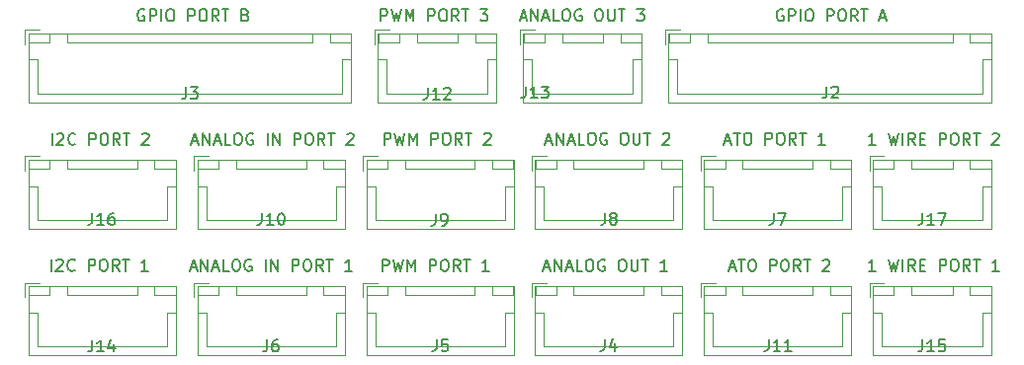
<source format=gbr>
G04 #@! TF.GenerationSoftware,KiCad,Pcbnew,(5.0.1)-3*
G04 #@! TF.CreationDate,2020-04-19T11:49:36-04:00*
G04 #@! TF.ProjectId,frontPanel_100mm,66726F6E7450616E656C5F3130306D6D,rev?*
G04 #@! TF.SameCoordinates,Original*
G04 #@! TF.FileFunction,Legend,Top*
G04 #@! TF.FilePolarity,Positive*
%FSLAX46Y46*%
G04 Gerber Fmt 4.6, Leading zero omitted, Abs format (unit mm)*
G04 Created by KiCad (PCBNEW (5.0.1)-3) date 4/19/2020 11:49:36 AM*
%MOMM*%
%LPD*%
G01*
G04 APERTURE LIST*
%ADD10C,0.120000*%
%ADD11C,0.150000*%
G04 APERTURE END LIST*
D10*
G04 #@! TO.C,J3*
X105590000Y-54690000D02*
X105590000Y-60660000D01*
X105590000Y-60660000D02*
X133210000Y-60660000D01*
X133210000Y-60660000D02*
X133210000Y-54690000D01*
X133210000Y-54690000D02*
X105590000Y-54690000D01*
X108900000Y-54700000D02*
X108900000Y-55450000D01*
X108900000Y-55450000D02*
X129900000Y-55450000D01*
X129900000Y-55450000D02*
X129900000Y-54700000D01*
X129900000Y-54700000D02*
X108900000Y-54700000D01*
X105600000Y-54700000D02*
X105600000Y-55450000D01*
X105600000Y-55450000D02*
X107400000Y-55450000D01*
X107400000Y-55450000D02*
X107400000Y-54700000D01*
X107400000Y-54700000D02*
X105600000Y-54700000D01*
X131400000Y-54700000D02*
X131400000Y-55450000D01*
X131400000Y-55450000D02*
X133200000Y-55450000D01*
X133200000Y-55450000D02*
X133200000Y-54700000D01*
X133200000Y-54700000D02*
X131400000Y-54700000D01*
X105600000Y-56950000D02*
X106350000Y-56950000D01*
X106350000Y-56950000D02*
X106350000Y-59900000D01*
X106350000Y-59900000D02*
X119400000Y-59900000D01*
X133200000Y-56950000D02*
X132450000Y-56950000D01*
X132450000Y-56950000D02*
X132450000Y-59900000D01*
X132450000Y-59900000D02*
X119400000Y-59900000D01*
X106550000Y-54400000D02*
X105300000Y-54400000D01*
X105300000Y-54400000D02*
X105300000Y-55650000D01*
G04 #@! TO.C,J2*
X160130000Y-54400000D02*
X160130000Y-55650000D01*
X161380000Y-54400000D02*
X160130000Y-54400000D01*
X187280000Y-59900000D02*
X174230000Y-59900000D01*
X187280000Y-56950000D02*
X187280000Y-59900000D01*
X188030000Y-56950000D02*
X187280000Y-56950000D01*
X161180000Y-59900000D02*
X174230000Y-59900000D01*
X161180000Y-56950000D02*
X161180000Y-59900000D01*
X160430000Y-56950000D02*
X161180000Y-56950000D01*
X188030000Y-54700000D02*
X186230000Y-54700000D01*
X188030000Y-55450000D02*
X188030000Y-54700000D01*
X186230000Y-55450000D02*
X188030000Y-55450000D01*
X186230000Y-54700000D02*
X186230000Y-55450000D01*
X162230000Y-54700000D02*
X160430000Y-54700000D01*
X162230000Y-55450000D02*
X162230000Y-54700000D01*
X160430000Y-55450000D02*
X162230000Y-55450000D01*
X160430000Y-54700000D02*
X160430000Y-55450000D01*
X184730000Y-54700000D02*
X163730000Y-54700000D01*
X184730000Y-55450000D02*
X184730000Y-54700000D01*
X163730000Y-55450000D02*
X184730000Y-55450000D01*
X163730000Y-54700000D02*
X163730000Y-55450000D01*
X188040000Y-54690000D02*
X160420000Y-54690000D01*
X188040000Y-60660000D02*
X188040000Y-54690000D01*
X160420000Y-60660000D02*
X188040000Y-60660000D01*
X160420000Y-54690000D02*
X160420000Y-60660000D01*
G04 #@! TO.C,J4*
X148988000Y-76380000D02*
X148988000Y-82350000D01*
X148988000Y-82350000D02*
X161608000Y-82350000D01*
X161608000Y-82350000D02*
X161608000Y-76380000D01*
X161608000Y-76380000D02*
X148988000Y-76380000D01*
X152298000Y-76390000D02*
X152298000Y-77140000D01*
X152298000Y-77140000D02*
X158298000Y-77140000D01*
X158298000Y-77140000D02*
X158298000Y-76390000D01*
X158298000Y-76390000D02*
X152298000Y-76390000D01*
X148998000Y-76390000D02*
X148998000Y-77140000D01*
X148998000Y-77140000D02*
X150798000Y-77140000D01*
X150798000Y-77140000D02*
X150798000Y-76390000D01*
X150798000Y-76390000D02*
X148998000Y-76390000D01*
X159798000Y-76390000D02*
X159798000Y-77140000D01*
X159798000Y-77140000D02*
X161598000Y-77140000D01*
X161598000Y-77140000D02*
X161598000Y-76390000D01*
X161598000Y-76390000D02*
X159798000Y-76390000D01*
X148998000Y-78640000D02*
X149748000Y-78640000D01*
X149748000Y-78640000D02*
X149748000Y-81590000D01*
X149748000Y-81590000D02*
X155298000Y-81590000D01*
X161598000Y-78640000D02*
X160848000Y-78640000D01*
X160848000Y-78640000D02*
X160848000Y-81590000D01*
X160848000Y-81590000D02*
X155298000Y-81590000D01*
X149948000Y-76090000D02*
X148698000Y-76090000D01*
X148698000Y-76090000D02*
X148698000Y-77340000D01*
G04 #@! TO.C,J5*
X134232000Y-76090000D02*
X134232000Y-77340000D01*
X135482000Y-76090000D02*
X134232000Y-76090000D01*
X146382000Y-81590000D02*
X140832000Y-81590000D01*
X146382000Y-78640000D02*
X146382000Y-81590000D01*
X147132000Y-78640000D02*
X146382000Y-78640000D01*
X135282000Y-81590000D02*
X140832000Y-81590000D01*
X135282000Y-78640000D02*
X135282000Y-81590000D01*
X134532000Y-78640000D02*
X135282000Y-78640000D01*
X147132000Y-76390000D02*
X145332000Y-76390000D01*
X147132000Y-77140000D02*
X147132000Y-76390000D01*
X145332000Y-77140000D02*
X147132000Y-77140000D01*
X145332000Y-76390000D02*
X145332000Y-77140000D01*
X136332000Y-76390000D02*
X134532000Y-76390000D01*
X136332000Y-77140000D02*
X136332000Y-76390000D01*
X134532000Y-77140000D02*
X136332000Y-77140000D01*
X134532000Y-76390000D02*
X134532000Y-77140000D01*
X143832000Y-76390000D02*
X137832000Y-76390000D01*
X143832000Y-77140000D02*
X143832000Y-76390000D01*
X137832000Y-77140000D02*
X143832000Y-77140000D01*
X137832000Y-76390000D02*
X137832000Y-77140000D01*
X147142000Y-76380000D02*
X134522000Y-76380000D01*
X147142000Y-82350000D02*
X147142000Y-76380000D01*
X134522000Y-82350000D02*
X147142000Y-82350000D01*
X134522000Y-76380000D02*
X134522000Y-82350000D01*
G04 #@! TO.C,J6*
X120056000Y-76380000D02*
X120056000Y-82350000D01*
X120056000Y-82350000D02*
X132676000Y-82350000D01*
X132676000Y-82350000D02*
X132676000Y-76380000D01*
X132676000Y-76380000D02*
X120056000Y-76380000D01*
X123366000Y-76390000D02*
X123366000Y-77140000D01*
X123366000Y-77140000D02*
X129366000Y-77140000D01*
X129366000Y-77140000D02*
X129366000Y-76390000D01*
X129366000Y-76390000D02*
X123366000Y-76390000D01*
X120066000Y-76390000D02*
X120066000Y-77140000D01*
X120066000Y-77140000D02*
X121866000Y-77140000D01*
X121866000Y-77140000D02*
X121866000Y-76390000D01*
X121866000Y-76390000D02*
X120066000Y-76390000D01*
X130866000Y-76390000D02*
X130866000Y-77140000D01*
X130866000Y-77140000D02*
X132666000Y-77140000D01*
X132666000Y-77140000D02*
X132666000Y-76390000D01*
X132666000Y-76390000D02*
X130866000Y-76390000D01*
X120066000Y-78640000D02*
X120816000Y-78640000D01*
X120816000Y-78640000D02*
X120816000Y-81590000D01*
X120816000Y-81590000D02*
X126366000Y-81590000D01*
X132666000Y-78640000D02*
X131916000Y-78640000D01*
X131916000Y-78640000D02*
X131916000Y-81590000D01*
X131916000Y-81590000D02*
X126366000Y-81590000D01*
X121016000Y-76090000D02*
X119766000Y-76090000D01*
X119766000Y-76090000D02*
X119766000Y-77340000D01*
G04 #@! TO.C,J7*
X163164000Y-65245000D02*
X163164000Y-66495000D01*
X164414000Y-65245000D02*
X163164000Y-65245000D01*
X175314000Y-70745000D02*
X169764000Y-70745000D01*
X175314000Y-67795000D02*
X175314000Y-70745000D01*
X176064000Y-67795000D02*
X175314000Y-67795000D01*
X164214000Y-70745000D02*
X169764000Y-70745000D01*
X164214000Y-67795000D02*
X164214000Y-70745000D01*
X163464000Y-67795000D02*
X164214000Y-67795000D01*
X176064000Y-65545000D02*
X174264000Y-65545000D01*
X176064000Y-66295000D02*
X176064000Y-65545000D01*
X174264000Y-66295000D02*
X176064000Y-66295000D01*
X174264000Y-65545000D02*
X174264000Y-66295000D01*
X165264000Y-65545000D02*
X163464000Y-65545000D01*
X165264000Y-66295000D02*
X165264000Y-65545000D01*
X163464000Y-66295000D02*
X165264000Y-66295000D01*
X163464000Y-65545000D02*
X163464000Y-66295000D01*
X172764000Y-65545000D02*
X166764000Y-65545000D01*
X172764000Y-66295000D02*
X172764000Y-65545000D01*
X166764000Y-66295000D02*
X172764000Y-66295000D01*
X166764000Y-65545000D02*
X166764000Y-66295000D01*
X176074000Y-65535000D02*
X163454000Y-65535000D01*
X176074000Y-71505000D02*
X176074000Y-65535000D01*
X163454000Y-71505000D02*
X176074000Y-71505000D01*
X163454000Y-65535000D02*
X163454000Y-71505000D01*
G04 #@! TO.C,J8*
X148988000Y-65535000D02*
X148988000Y-71505000D01*
X148988000Y-71505000D02*
X161608000Y-71505000D01*
X161608000Y-71505000D02*
X161608000Y-65535000D01*
X161608000Y-65535000D02*
X148988000Y-65535000D01*
X152298000Y-65545000D02*
X152298000Y-66295000D01*
X152298000Y-66295000D02*
X158298000Y-66295000D01*
X158298000Y-66295000D02*
X158298000Y-65545000D01*
X158298000Y-65545000D02*
X152298000Y-65545000D01*
X148998000Y-65545000D02*
X148998000Y-66295000D01*
X148998000Y-66295000D02*
X150798000Y-66295000D01*
X150798000Y-66295000D02*
X150798000Y-65545000D01*
X150798000Y-65545000D02*
X148998000Y-65545000D01*
X159798000Y-65545000D02*
X159798000Y-66295000D01*
X159798000Y-66295000D02*
X161598000Y-66295000D01*
X161598000Y-66295000D02*
X161598000Y-65545000D01*
X161598000Y-65545000D02*
X159798000Y-65545000D01*
X148998000Y-67795000D02*
X149748000Y-67795000D01*
X149748000Y-67795000D02*
X149748000Y-70745000D01*
X149748000Y-70745000D02*
X155298000Y-70745000D01*
X161598000Y-67795000D02*
X160848000Y-67795000D01*
X160848000Y-67795000D02*
X160848000Y-70745000D01*
X160848000Y-70745000D02*
X155298000Y-70745000D01*
X149948000Y-65245000D02*
X148698000Y-65245000D01*
X148698000Y-65245000D02*
X148698000Y-66495000D01*
G04 #@! TO.C,J9*
X134232000Y-65245000D02*
X134232000Y-66495000D01*
X135482000Y-65245000D02*
X134232000Y-65245000D01*
X146382000Y-70745000D02*
X140832000Y-70745000D01*
X146382000Y-67795000D02*
X146382000Y-70745000D01*
X147132000Y-67795000D02*
X146382000Y-67795000D01*
X135282000Y-70745000D02*
X140832000Y-70745000D01*
X135282000Y-67795000D02*
X135282000Y-70745000D01*
X134532000Y-67795000D02*
X135282000Y-67795000D01*
X147132000Y-65545000D02*
X145332000Y-65545000D01*
X147132000Y-66295000D02*
X147132000Y-65545000D01*
X145332000Y-66295000D02*
X147132000Y-66295000D01*
X145332000Y-65545000D02*
X145332000Y-66295000D01*
X136332000Y-65545000D02*
X134532000Y-65545000D01*
X136332000Y-66295000D02*
X136332000Y-65545000D01*
X134532000Y-66295000D02*
X136332000Y-66295000D01*
X134532000Y-65545000D02*
X134532000Y-66295000D01*
X143832000Y-65545000D02*
X137832000Y-65545000D01*
X143832000Y-66295000D02*
X143832000Y-65545000D01*
X137832000Y-66295000D02*
X143832000Y-66295000D01*
X137832000Y-65545000D02*
X137832000Y-66295000D01*
X147142000Y-65535000D02*
X134522000Y-65535000D01*
X147142000Y-71505000D02*
X147142000Y-65535000D01*
X134522000Y-71505000D02*
X147142000Y-71505000D01*
X134522000Y-65535000D02*
X134522000Y-71505000D01*
G04 #@! TO.C,J10*
X120056000Y-65535000D02*
X120056000Y-71505000D01*
X120056000Y-71505000D02*
X132676000Y-71505000D01*
X132676000Y-71505000D02*
X132676000Y-65535000D01*
X132676000Y-65535000D02*
X120056000Y-65535000D01*
X123366000Y-65545000D02*
X123366000Y-66295000D01*
X123366000Y-66295000D02*
X129366000Y-66295000D01*
X129366000Y-66295000D02*
X129366000Y-65545000D01*
X129366000Y-65545000D02*
X123366000Y-65545000D01*
X120066000Y-65545000D02*
X120066000Y-66295000D01*
X120066000Y-66295000D02*
X121866000Y-66295000D01*
X121866000Y-66295000D02*
X121866000Y-65545000D01*
X121866000Y-65545000D02*
X120066000Y-65545000D01*
X130866000Y-65545000D02*
X130866000Y-66295000D01*
X130866000Y-66295000D02*
X132666000Y-66295000D01*
X132666000Y-66295000D02*
X132666000Y-65545000D01*
X132666000Y-65545000D02*
X130866000Y-65545000D01*
X120066000Y-67795000D02*
X120816000Y-67795000D01*
X120816000Y-67795000D02*
X120816000Y-70745000D01*
X120816000Y-70745000D02*
X126366000Y-70745000D01*
X132666000Y-67795000D02*
X131916000Y-67795000D01*
X131916000Y-67795000D02*
X131916000Y-70745000D01*
X131916000Y-70745000D02*
X126366000Y-70745000D01*
X121016000Y-65245000D02*
X119766000Y-65245000D01*
X119766000Y-65245000D02*
X119766000Y-66495000D01*
G04 #@! TO.C,J11*
X163164000Y-76090000D02*
X163164000Y-77340000D01*
X164414000Y-76090000D02*
X163164000Y-76090000D01*
X175314000Y-81590000D02*
X169764000Y-81590000D01*
X175314000Y-78640000D02*
X175314000Y-81590000D01*
X176064000Y-78640000D02*
X175314000Y-78640000D01*
X164214000Y-81590000D02*
X169764000Y-81590000D01*
X164214000Y-78640000D02*
X164214000Y-81590000D01*
X163464000Y-78640000D02*
X164214000Y-78640000D01*
X176064000Y-76390000D02*
X174264000Y-76390000D01*
X176064000Y-77140000D02*
X176064000Y-76390000D01*
X174264000Y-77140000D02*
X176064000Y-77140000D01*
X174264000Y-76390000D02*
X174264000Y-77140000D01*
X165264000Y-76390000D02*
X163464000Y-76390000D01*
X165264000Y-77140000D02*
X165264000Y-76390000D01*
X163464000Y-77140000D02*
X165264000Y-77140000D01*
X163464000Y-76390000D02*
X163464000Y-77140000D01*
X172764000Y-76390000D02*
X166764000Y-76390000D01*
X172764000Y-77140000D02*
X172764000Y-76390000D01*
X166764000Y-77140000D02*
X172764000Y-77140000D01*
X166764000Y-76390000D02*
X166764000Y-77140000D01*
X176074000Y-76380000D02*
X163454000Y-76380000D01*
X176074000Y-82350000D02*
X176074000Y-76380000D01*
X163454000Y-82350000D02*
X176074000Y-82350000D01*
X163454000Y-76380000D02*
X163454000Y-82350000D01*
G04 #@! TO.C,J14*
X105590000Y-76380000D02*
X105590000Y-82350000D01*
X105590000Y-82350000D02*
X118210000Y-82350000D01*
X118210000Y-82350000D02*
X118210000Y-76380000D01*
X118210000Y-76380000D02*
X105590000Y-76380000D01*
X108900000Y-76390000D02*
X108900000Y-77140000D01*
X108900000Y-77140000D02*
X114900000Y-77140000D01*
X114900000Y-77140000D02*
X114900000Y-76390000D01*
X114900000Y-76390000D02*
X108900000Y-76390000D01*
X105600000Y-76390000D02*
X105600000Y-77140000D01*
X105600000Y-77140000D02*
X107400000Y-77140000D01*
X107400000Y-77140000D02*
X107400000Y-76390000D01*
X107400000Y-76390000D02*
X105600000Y-76390000D01*
X116400000Y-76390000D02*
X116400000Y-77140000D01*
X116400000Y-77140000D02*
X118200000Y-77140000D01*
X118200000Y-77140000D02*
X118200000Y-76390000D01*
X118200000Y-76390000D02*
X116400000Y-76390000D01*
X105600000Y-78640000D02*
X106350000Y-78640000D01*
X106350000Y-78640000D02*
X106350000Y-81590000D01*
X106350000Y-81590000D02*
X111900000Y-81590000D01*
X118200000Y-78640000D02*
X117450000Y-78640000D01*
X117450000Y-78640000D02*
X117450000Y-81590000D01*
X117450000Y-81590000D02*
X111900000Y-81590000D01*
X106550000Y-76090000D02*
X105300000Y-76090000D01*
X105300000Y-76090000D02*
X105300000Y-77340000D01*
G04 #@! TO.C,J16*
X105300000Y-65245000D02*
X105300000Y-66495000D01*
X106550000Y-65245000D02*
X105300000Y-65245000D01*
X117450000Y-70745000D02*
X111900000Y-70745000D01*
X117450000Y-67795000D02*
X117450000Y-70745000D01*
X118200000Y-67795000D02*
X117450000Y-67795000D01*
X106350000Y-70745000D02*
X111900000Y-70745000D01*
X106350000Y-67795000D02*
X106350000Y-70745000D01*
X105600000Y-67795000D02*
X106350000Y-67795000D01*
X118200000Y-65545000D02*
X116400000Y-65545000D01*
X118200000Y-66295000D02*
X118200000Y-65545000D01*
X116400000Y-66295000D02*
X118200000Y-66295000D01*
X116400000Y-65545000D02*
X116400000Y-66295000D01*
X107400000Y-65545000D02*
X105600000Y-65545000D01*
X107400000Y-66295000D02*
X107400000Y-65545000D01*
X105600000Y-66295000D02*
X107400000Y-66295000D01*
X105600000Y-65545000D02*
X105600000Y-66295000D01*
X114900000Y-65545000D02*
X108900000Y-65545000D01*
X114900000Y-66295000D02*
X114900000Y-65545000D01*
X108900000Y-66295000D02*
X114900000Y-66295000D01*
X108900000Y-65545000D02*
X108900000Y-66295000D01*
X118210000Y-65535000D02*
X105590000Y-65535000D01*
X118210000Y-71505000D02*
X118210000Y-65535000D01*
X105590000Y-71505000D02*
X118210000Y-71505000D01*
X105590000Y-65535000D02*
X105590000Y-71505000D01*
G04 #@! TO.C,J12*
X135533333Y-54690000D02*
X135533333Y-60660000D01*
X135533333Y-60660000D02*
X145653333Y-60660000D01*
X145653333Y-60660000D02*
X145653333Y-54690000D01*
X145653333Y-54690000D02*
X135533333Y-54690000D01*
X138843333Y-54700000D02*
X138843333Y-55450000D01*
X138843333Y-55450000D02*
X142343333Y-55450000D01*
X142343333Y-55450000D02*
X142343333Y-54700000D01*
X142343333Y-54700000D02*
X138843333Y-54700000D01*
X135543333Y-54700000D02*
X135543333Y-55450000D01*
X135543333Y-55450000D02*
X137343333Y-55450000D01*
X137343333Y-55450000D02*
X137343333Y-54700000D01*
X137343333Y-54700000D02*
X135543333Y-54700000D01*
X143843333Y-54700000D02*
X143843333Y-55450000D01*
X143843333Y-55450000D02*
X145643333Y-55450000D01*
X145643333Y-55450000D02*
X145643333Y-54700000D01*
X145643333Y-54700000D02*
X143843333Y-54700000D01*
X135543333Y-56950000D02*
X136293333Y-56950000D01*
X136293333Y-56950000D02*
X136293333Y-59900000D01*
X136293333Y-59900000D02*
X140593333Y-59900000D01*
X145643333Y-56950000D02*
X144893333Y-56950000D01*
X144893333Y-56950000D02*
X144893333Y-59900000D01*
X144893333Y-59900000D02*
X140593333Y-59900000D01*
X136493333Y-54400000D02*
X135243333Y-54400000D01*
X135243333Y-54400000D02*
X135243333Y-55650000D01*
G04 #@! TO.C,J13*
X147686666Y-54400000D02*
X147686666Y-55650000D01*
X148936666Y-54400000D02*
X147686666Y-54400000D01*
X157336666Y-59900000D02*
X153036666Y-59900000D01*
X157336666Y-56950000D02*
X157336666Y-59900000D01*
X158086666Y-56950000D02*
X157336666Y-56950000D01*
X148736666Y-59900000D02*
X153036666Y-59900000D01*
X148736666Y-56950000D02*
X148736666Y-59900000D01*
X147986666Y-56950000D02*
X148736666Y-56950000D01*
X158086666Y-54700000D02*
X156286666Y-54700000D01*
X158086666Y-55450000D02*
X158086666Y-54700000D01*
X156286666Y-55450000D02*
X158086666Y-55450000D01*
X156286666Y-54700000D02*
X156286666Y-55450000D01*
X149786666Y-54700000D02*
X147986666Y-54700000D01*
X149786666Y-55450000D02*
X149786666Y-54700000D01*
X147986666Y-55450000D02*
X149786666Y-55450000D01*
X147986666Y-54700000D02*
X147986666Y-55450000D01*
X154786666Y-54700000D02*
X151286666Y-54700000D01*
X154786666Y-55450000D02*
X154786666Y-54700000D01*
X151286666Y-55450000D02*
X154786666Y-55450000D01*
X151286666Y-54700000D02*
X151286666Y-55450000D01*
X158096666Y-54690000D02*
X147976666Y-54690000D01*
X158096666Y-60660000D02*
X158096666Y-54690000D01*
X147976666Y-60660000D02*
X158096666Y-60660000D01*
X147976666Y-54690000D02*
X147976666Y-60660000D01*
G04 #@! TO.C,J15*
X177630000Y-76090000D02*
X177630000Y-77340000D01*
X178880000Y-76090000D02*
X177630000Y-76090000D01*
X187280000Y-81590000D02*
X182980000Y-81590000D01*
X187280000Y-78640000D02*
X187280000Y-81590000D01*
X188030000Y-78640000D02*
X187280000Y-78640000D01*
X178680000Y-81590000D02*
X182980000Y-81590000D01*
X178680000Y-78640000D02*
X178680000Y-81590000D01*
X177930000Y-78640000D02*
X178680000Y-78640000D01*
X188030000Y-76390000D02*
X186230000Y-76390000D01*
X188030000Y-77140000D02*
X188030000Y-76390000D01*
X186230000Y-77140000D02*
X188030000Y-77140000D01*
X186230000Y-76390000D02*
X186230000Y-77140000D01*
X179730000Y-76390000D02*
X177930000Y-76390000D01*
X179730000Y-77140000D02*
X179730000Y-76390000D01*
X177930000Y-77140000D02*
X179730000Y-77140000D01*
X177930000Y-76390000D02*
X177930000Y-77140000D01*
X184730000Y-76390000D02*
X181230000Y-76390000D01*
X184730000Y-77140000D02*
X184730000Y-76390000D01*
X181230000Y-77140000D02*
X184730000Y-77140000D01*
X181230000Y-76390000D02*
X181230000Y-77140000D01*
X188040000Y-76380000D02*
X177920000Y-76380000D01*
X188040000Y-82350000D02*
X188040000Y-76380000D01*
X177920000Y-82350000D02*
X188040000Y-82350000D01*
X177920000Y-76380000D02*
X177920000Y-82350000D01*
G04 #@! TO.C,J17*
X177920000Y-65535000D02*
X177920000Y-71505000D01*
X177920000Y-71505000D02*
X188040000Y-71505000D01*
X188040000Y-71505000D02*
X188040000Y-65535000D01*
X188040000Y-65535000D02*
X177920000Y-65535000D01*
X181230000Y-65545000D02*
X181230000Y-66295000D01*
X181230000Y-66295000D02*
X184730000Y-66295000D01*
X184730000Y-66295000D02*
X184730000Y-65545000D01*
X184730000Y-65545000D02*
X181230000Y-65545000D01*
X177930000Y-65545000D02*
X177930000Y-66295000D01*
X177930000Y-66295000D02*
X179730000Y-66295000D01*
X179730000Y-66295000D02*
X179730000Y-65545000D01*
X179730000Y-65545000D02*
X177930000Y-65545000D01*
X186230000Y-65545000D02*
X186230000Y-66295000D01*
X186230000Y-66295000D02*
X188030000Y-66295000D01*
X188030000Y-66295000D02*
X188030000Y-65545000D01*
X188030000Y-65545000D02*
X186230000Y-65545000D01*
X177930000Y-67795000D02*
X178680000Y-67795000D01*
X178680000Y-67795000D02*
X178680000Y-70745000D01*
X178680000Y-70745000D02*
X182980000Y-70745000D01*
X188030000Y-67795000D02*
X187280000Y-67795000D01*
X187280000Y-67795000D02*
X187280000Y-70745000D01*
X187280000Y-70745000D02*
X182980000Y-70745000D01*
X178880000Y-65245000D02*
X177630000Y-65245000D01*
X177630000Y-65245000D02*
X177630000Y-66495000D01*
G04 #@! TO.C,J3*
D11*
X119086666Y-59312380D02*
X119086666Y-60026666D01*
X119039047Y-60169523D01*
X118943809Y-60264761D01*
X118800952Y-60312380D01*
X118705714Y-60312380D01*
X119467619Y-59312380D02*
X120086666Y-59312380D01*
X119753333Y-59693333D01*
X119896190Y-59693333D01*
X119991428Y-59740952D01*
X120039047Y-59788571D01*
X120086666Y-59883809D01*
X120086666Y-60121904D01*
X120039047Y-60217142D01*
X119991428Y-60264761D01*
X119896190Y-60312380D01*
X119610476Y-60312380D01*
X119515238Y-60264761D01*
X119467619Y-60217142D01*
X115503333Y-52680000D02*
X115408095Y-52632380D01*
X115265238Y-52632380D01*
X115122380Y-52680000D01*
X115027142Y-52775238D01*
X114979523Y-52870476D01*
X114931904Y-53060952D01*
X114931904Y-53203809D01*
X114979523Y-53394285D01*
X115027142Y-53489523D01*
X115122380Y-53584761D01*
X115265238Y-53632380D01*
X115360476Y-53632380D01*
X115503333Y-53584761D01*
X115550952Y-53537142D01*
X115550952Y-53203809D01*
X115360476Y-53203809D01*
X115979523Y-53632380D02*
X115979523Y-52632380D01*
X116360476Y-52632380D01*
X116455714Y-52680000D01*
X116503333Y-52727619D01*
X116550952Y-52822857D01*
X116550952Y-52965714D01*
X116503333Y-53060952D01*
X116455714Y-53108571D01*
X116360476Y-53156190D01*
X115979523Y-53156190D01*
X116979523Y-53632380D02*
X116979523Y-52632380D01*
X117646190Y-52632380D02*
X117836666Y-52632380D01*
X117931904Y-52680000D01*
X118027142Y-52775238D01*
X118074761Y-52965714D01*
X118074761Y-53299047D01*
X118027142Y-53489523D01*
X117931904Y-53584761D01*
X117836666Y-53632380D01*
X117646190Y-53632380D01*
X117550952Y-53584761D01*
X117455714Y-53489523D01*
X117408095Y-53299047D01*
X117408095Y-52965714D01*
X117455714Y-52775238D01*
X117550952Y-52680000D01*
X117646190Y-52632380D01*
X119265238Y-53632380D02*
X119265238Y-52632380D01*
X119646190Y-52632380D01*
X119741428Y-52680000D01*
X119789047Y-52727619D01*
X119836666Y-52822857D01*
X119836666Y-52965714D01*
X119789047Y-53060952D01*
X119741428Y-53108571D01*
X119646190Y-53156190D01*
X119265238Y-53156190D01*
X120455714Y-52632380D02*
X120646190Y-52632380D01*
X120741428Y-52680000D01*
X120836666Y-52775238D01*
X120884285Y-52965714D01*
X120884285Y-53299047D01*
X120836666Y-53489523D01*
X120741428Y-53584761D01*
X120646190Y-53632380D01*
X120455714Y-53632380D01*
X120360476Y-53584761D01*
X120265238Y-53489523D01*
X120217619Y-53299047D01*
X120217619Y-52965714D01*
X120265238Y-52775238D01*
X120360476Y-52680000D01*
X120455714Y-52632380D01*
X121884285Y-53632380D02*
X121550952Y-53156190D01*
X121312857Y-53632380D02*
X121312857Y-52632380D01*
X121693809Y-52632380D01*
X121789047Y-52680000D01*
X121836666Y-52727619D01*
X121884285Y-52822857D01*
X121884285Y-52965714D01*
X121836666Y-53060952D01*
X121789047Y-53108571D01*
X121693809Y-53156190D01*
X121312857Y-53156190D01*
X122170000Y-52632380D02*
X122741428Y-52632380D01*
X122455714Y-53632380D02*
X122455714Y-52632380D01*
X124170000Y-53108571D02*
X124312857Y-53156190D01*
X124360476Y-53203809D01*
X124408095Y-53299047D01*
X124408095Y-53441904D01*
X124360476Y-53537142D01*
X124312857Y-53584761D01*
X124217619Y-53632380D01*
X123836666Y-53632380D01*
X123836666Y-52632380D01*
X124170000Y-52632380D01*
X124265238Y-52680000D01*
X124312857Y-52727619D01*
X124360476Y-52822857D01*
X124360476Y-52918095D01*
X124312857Y-53013333D01*
X124265238Y-53060952D01*
X124170000Y-53108571D01*
X123836666Y-53108571D01*
G04 #@! TO.C,J2*
X173966666Y-59252380D02*
X173966666Y-59966666D01*
X173919047Y-60109523D01*
X173823809Y-60204761D01*
X173680952Y-60252380D01*
X173585714Y-60252380D01*
X174395238Y-59347619D02*
X174442857Y-59300000D01*
X174538095Y-59252380D01*
X174776190Y-59252380D01*
X174871428Y-59300000D01*
X174919047Y-59347619D01*
X174966666Y-59442857D01*
X174966666Y-59538095D01*
X174919047Y-59680952D01*
X174347619Y-60252380D01*
X174966666Y-60252380D01*
X170234761Y-52680000D02*
X170139523Y-52632380D01*
X169996666Y-52632380D01*
X169853809Y-52680000D01*
X169758571Y-52775238D01*
X169710952Y-52870476D01*
X169663333Y-53060952D01*
X169663333Y-53203809D01*
X169710952Y-53394285D01*
X169758571Y-53489523D01*
X169853809Y-53584761D01*
X169996666Y-53632380D01*
X170091904Y-53632380D01*
X170234761Y-53584761D01*
X170282380Y-53537142D01*
X170282380Y-53203809D01*
X170091904Y-53203809D01*
X170710952Y-53632380D02*
X170710952Y-52632380D01*
X171091904Y-52632380D01*
X171187142Y-52680000D01*
X171234761Y-52727619D01*
X171282380Y-52822857D01*
X171282380Y-52965714D01*
X171234761Y-53060952D01*
X171187142Y-53108571D01*
X171091904Y-53156190D01*
X170710952Y-53156190D01*
X171710952Y-53632380D02*
X171710952Y-52632380D01*
X172377619Y-52632380D02*
X172568095Y-52632380D01*
X172663333Y-52680000D01*
X172758571Y-52775238D01*
X172806190Y-52965714D01*
X172806190Y-53299047D01*
X172758571Y-53489523D01*
X172663333Y-53584761D01*
X172568095Y-53632380D01*
X172377619Y-53632380D01*
X172282380Y-53584761D01*
X172187142Y-53489523D01*
X172139523Y-53299047D01*
X172139523Y-52965714D01*
X172187142Y-52775238D01*
X172282380Y-52680000D01*
X172377619Y-52632380D01*
X173996666Y-53632380D02*
X173996666Y-52632380D01*
X174377619Y-52632380D01*
X174472857Y-52680000D01*
X174520476Y-52727619D01*
X174568095Y-52822857D01*
X174568095Y-52965714D01*
X174520476Y-53060952D01*
X174472857Y-53108571D01*
X174377619Y-53156190D01*
X173996666Y-53156190D01*
X175187142Y-52632380D02*
X175377619Y-52632380D01*
X175472857Y-52680000D01*
X175568095Y-52775238D01*
X175615714Y-52965714D01*
X175615714Y-53299047D01*
X175568095Y-53489523D01*
X175472857Y-53584761D01*
X175377619Y-53632380D01*
X175187142Y-53632380D01*
X175091904Y-53584761D01*
X174996666Y-53489523D01*
X174949047Y-53299047D01*
X174949047Y-52965714D01*
X174996666Y-52775238D01*
X175091904Y-52680000D01*
X175187142Y-52632380D01*
X176615714Y-53632380D02*
X176282380Y-53156190D01*
X176044285Y-53632380D02*
X176044285Y-52632380D01*
X176425238Y-52632380D01*
X176520476Y-52680000D01*
X176568095Y-52727619D01*
X176615714Y-52822857D01*
X176615714Y-52965714D01*
X176568095Y-53060952D01*
X176520476Y-53108571D01*
X176425238Y-53156190D01*
X176044285Y-53156190D01*
X176901428Y-52632380D02*
X177472857Y-52632380D01*
X177187142Y-53632380D02*
X177187142Y-52632380D01*
X178520476Y-53346666D02*
X178996666Y-53346666D01*
X178425238Y-53632380D02*
X178758571Y-52632380D01*
X179091904Y-53632380D01*
G04 #@! TO.C,J4*
X154936666Y-80932380D02*
X154936666Y-81646666D01*
X154889047Y-81789523D01*
X154793809Y-81884761D01*
X154650952Y-81932380D01*
X154555714Y-81932380D01*
X155841428Y-81265714D02*
X155841428Y-81932380D01*
X155603333Y-80884761D02*
X155365238Y-81599047D01*
X155984285Y-81599047D01*
X149744285Y-74816666D02*
X150220476Y-74816666D01*
X149649047Y-75102380D02*
X149982380Y-74102380D01*
X150315714Y-75102380D01*
X150649047Y-75102380D02*
X150649047Y-74102380D01*
X151220476Y-75102380D01*
X151220476Y-74102380D01*
X151649047Y-74816666D02*
X152125238Y-74816666D01*
X151553809Y-75102380D02*
X151887142Y-74102380D01*
X152220476Y-75102380D01*
X153030000Y-75102380D02*
X152553809Y-75102380D01*
X152553809Y-74102380D01*
X153553809Y-74102380D02*
X153744285Y-74102380D01*
X153839523Y-74150000D01*
X153934761Y-74245238D01*
X153982380Y-74435714D01*
X153982380Y-74769047D01*
X153934761Y-74959523D01*
X153839523Y-75054761D01*
X153744285Y-75102380D01*
X153553809Y-75102380D01*
X153458571Y-75054761D01*
X153363333Y-74959523D01*
X153315714Y-74769047D01*
X153315714Y-74435714D01*
X153363333Y-74245238D01*
X153458571Y-74150000D01*
X153553809Y-74102380D01*
X154934761Y-74150000D02*
X154839523Y-74102380D01*
X154696666Y-74102380D01*
X154553809Y-74150000D01*
X154458571Y-74245238D01*
X154410952Y-74340476D01*
X154363333Y-74530952D01*
X154363333Y-74673809D01*
X154410952Y-74864285D01*
X154458571Y-74959523D01*
X154553809Y-75054761D01*
X154696666Y-75102380D01*
X154791904Y-75102380D01*
X154934761Y-75054761D01*
X154982380Y-75007142D01*
X154982380Y-74673809D01*
X154791904Y-74673809D01*
X156363333Y-74102380D02*
X156553809Y-74102380D01*
X156649047Y-74150000D01*
X156744285Y-74245238D01*
X156791904Y-74435714D01*
X156791904Y-74769047D01*
X156744285Y-74959523D01*
X156649047Y-75054761D01*
X156553809Y-75102380D01*
X156363333Y-75102380D01*
X156268095Y-75054761D01*
X156172857Y-74959523D01*
X156125238Y-74769047D01*
X156125238Y-74435714D01*
X156172857Y-74245238D01*
X156268095Y-74150000D01*
X156363333Y-74102380D01*
X157220476Y-74102380D02*
X157220476Y-74911904D01*
X157268095Y-75007142D01*
X157315714Y-75054761D01*
X157410952Y-75102380D01*
X157601428Y-75102380D01*
X157696666Y-75054761D01*
X157744285Y-75007142D01*
X157791904Y-74911904D01*
X157791904Y-74102380D01*
X158125238Y-74102380D02*
X158696666Y-74102380D01*
X158410952Y-75102380D02*
X158410952Y-74102380D01*
X160315714Y-75102380D02*
X159744285Y-75102380D01*
X160030000Y-75102380D02*
X160030000Y-74102380D01*
X159934761Y-74245238D01*
X159839523Y-74340476D01*
X159744285Y-74388095D01*
G04 #@! TO.C,J5*
X140536666Y-80962380D02*
X140536666Y-81676666D01*
X140489047Y-81819523D01*
X140393809Y-81914761D01*
X140250952Y-81962380D01*
X140155714Y-81962380D01*
X141489047Y-80962380D02*
X141012857Y-80962380D01*
X140965238Y-81438571D01*
X141012857Y-81390952D01*
X141108095Y-81343333D01*
X141346190Y-81343333D01*
X141441428Y-81390952D01*
X141489047Y-81438571D01*
X141536666Y-81533809D01*
X141536666Y-81771904D01*
X141489047Y-81867142D01*
X141441428Y-81914761D01*
X141346190Y-81962380D01*
X141108095Y-81962380D01*
X141012857Y-81914761D01*
X140965238Y-81867142D01*
X135902380Y-75102380D02*
X135902380Y-74102380D01*
X136283333Y-74102380D01*
X136378571Y-74150000D01*
X136426190Y-74197619D01*
X136473809Y-74292857D01*
X136473809Y-74435714D01*
X136426190Y-74530952D01*
X136378571Y-74578571D01*
X136283333Y-74626190D01*
X135902380Y-74626190D01*
X136807142Y-74102380D02*
X137045238Y-75102380D01*
X137235714Y-74388095D01*
X137426190Y-75102380D01*
X137664285Y-74102380D01*
X138045238Y-75102380D02*
X138045238Y-74102380D01*
X138378571Y-74816666D01*
X138711904Y-74102380D01*
X138711904Y-75102380D01*
X139950000Y-75102380D02*
X139950000Y-74102380D01*
X140330952Y-74102380D01*
X140426190Y-74150000D01*
X140473809Y-74197619D01*
X140521428Y-74292857D01*
X140521428Y-74435714D01*
X140473809Y-74530952D01*
X140426190Y-74578571D01*
X140330952Y-74626190D01*
X139950000Y-74626190D01*
X141140476Y-74102380D02*
X141330952Y-74102380D01*
X141426190Y-74150000D01*
X141521428Y-74245238D01*
X141569047Y-74435714D01*
X141569047Y-74769047D01*
X141521428Y-74959523D01*
X141426190Y-75054761D01*
X141330952Y-75102380D01*
X141140476Y-75102380D01*
X141045238Y-75054761D01*
X140950000Y-74959523D01*
X140902380Y-74769047D01*
X140902380Y-74435714D01*
X140950000Y-74245238D01*
X141045238Y-74150000D01*
X141140476Y-74102380D01*
X142569047Y-75102380D02*
X142235714Y-74626190D01*
X141997619Y-75102380D02*
X141997619Y-74102380D01*
X142378571Y-74102380D01*
X142473809Y-74150000D01*
X142521428Y-74197619D01*
X142569047Y-74292857D01*
X142569047Y-74435714D01*
X142521428Y-74530952D01*
X142473809Y-74578571D01*
X142378571Y-74626190D01*
X141997619Y-74626190D01*
X142854761Y-74102380D02*
X143426190Y-74102380D01*
X143140476Y-75102380D02*
X143140476Y-74102380D01*
X145045238Y-75102380D02*
X144473809Y-75102380D01*
X144759523Y-75102380D02*
X144759523Y-74102380D01*
X144664285Y-74245238D01*
X144569047Y-74340476D01*
X144473809Y-74388095D01*
G04 #@! TO.C,J6*
X126026666Y-80987380D02*
X126026666Y-81701666D01*
X125979047Y-81844523D01*
X125883809Y-81939761D01*
X125740952Y-81987380D01*
X125645714Y-81987380D01*
X126931428Y-80987380D02*
X126740952Y-80987380D01*
X126645714Y-81035000D01*
X126598095Y-81082619D01*
X126502857Y-81225476D01*
X126455238Y-81415952D01*
X126455238Y-81796904D01*
X126502857Y-81892142D01*
X126550476Y-81939761D01*
X126645714Y-81987380D01*
X126836190Y-81987380D01*
X126931428Y-81939761D01*
X126979047Y-81892142D01*
X127026666Y-81796904D01*
X127026666Y-81558809D01*
X126979047Y-81463571D01*
X126931428Y-81415952D01*
X126836190Y-81368333D01*
X126645714Y-81368333D01*
X126550476Y-81415952D01*
X126502857Y-81463571D01*
X126455238Y-81558809D01*
X119475238Y-74801666D02*
X119951428Y-74801666D01*
X119380000Y-75087380D02*
X119713333Y-74087380D01*
X120046666Y-75087380D01*
X120380000Y-75087380D02*
X120380000Y-74087380D01*
X120951428Y-75087380D01*
X120951428Y-74087380D01*
X121380000Y-74801666D02*
X121856190Y-74801666D01*
X121284761Y-75087380D02*
X121618095Y-74087380D01*
X121951428Y-75087380D01*
X122760952Y-75087380D02*
X122284761Y-75087380D01*
X122284761Y-74087380D01*
X123284761Y-74087380D02*
X123475238Y-74087380D01*
X123570476Y-74135000D01*
X123665714Y-74230238D01*
X123713333Y-74420714D01*
X123713333Y-74754047D01*
X123665714Y-74944523D01*
X123570476Y-75039761D01*
X123475238Y-75087380D01*
X123284761Y-75087380D01*
X123189523Y-75039761D01*
X123094285Y-74944523D01*
X123046666Y-74754047D01*
X123046666Y-74420714D01*
X123094285Y-74230238D01*
X123189523Y-74135000D01*
X123284761Y-74087380D01*
X124665714Y-74135000D02*
X124570476Y-74087380D01*
X124427619Y-74087380D01*
X124284761Y-74135000D01*
X124189523Y-74230238D01*
X124141904Y-74325476D01*
X124094285Y-74515952D01*
X124094285Y-74658809D01*
X124141904Y-74849285D01*
X124189523Y-74944523D01*
X124284761Y-75039761D01*
X124427619Y-75087380D01*
X124522857Y-75087380D01*
X124665714Y-75039761D01*
X124713333Y-74992142D01*
X124713333Y-74658809D01*
X124522857Y-74658809D01*
X125903809Y-75087380D02*
X125903809Y-74087380D01*
X126380000Y-75087380D02*
X126380000Y-74087380D01*
X126951428Y-75087380D01*
X126951428Y-74087380D01*
X128189523Y-75087380D02*
X128189523Y-74087380D01*
X128570476Y-74087380D01*
X128665714Y-74135000D01*
X128713333Y-74182619D01*
X128760952Y-74277857D01*
X128760952Y-74420714D01*
X128713333Y-74515952D01*
X128665714Y-74563571D01*
X128570476Y-74611190D01*
X128189523Y-74611190D01*
X129380000Y-74087380D02*
X129570476Y-74087380D01*
X129665714Y-74135000D01*
X129760952Y-74230238D01*
X129808571Y-74420714D01*
X129808571Y-74754047D01*
X129760952Y-74944523D01*
X129665714Y-75039761D01*
X129570476Y-75087380D01*
X129380000Y-75087380D01*
X129284761Y-75039761D01*
X129189523Y-74944523D01*
X129141904Y-74754047D01*
X129141904Y-74420714D01*
X129189523Y-74230238D01*
X129284761Y-74135000D01*
X129380000Y-74087380D01*
X130808571Y-75087380D02*
X130475238Y-74611190D01*
X130237142Y-75087380D02*
X130237142Y-74087380D01*
X130618095Y-74087380D01*
X130713333Y-74135000D01*
X130760952Y-74182619D01*
X130808571Y-74277857D01*
X130808571Y-74420714D01*
X130760952Y-74515952D01*
X130713333Y-74563571D01*
X130618095Y-74611190D01*
X130237142Y-74611190D01*
X131094285Y-74087380D02*
X131665714Y-74087380D01*
X131380000Y-75087380D02*
X131380000Y-74087380D01*
X133284761Y-75087380D02*
X132713333Y-75087380D01*
X132999047Y-75087380D02*
X132999047Y-74087380D01*
X132903809Y-74230238D01*
X132808571Y-74325476D01*
X132713333Y-74373095D01*
G04 #@! TO.C,J7*
X169430666Y-70122380D02*
X169430666Y-70836666D01*
X169383047Y-70979523D01*
X169287809Y-71074761D01*
X169144952Y-71122380D01*
X169049714Y-71122380D01*
X169811619Y-70122380D02*
X170478285Y-70122380D01*
X170049714Y-71122380D01*
X165244285Y-63956666D02*
X165720476Y-63956666D01*
X165149047Y-64242380D02*
X165482380Y-63242380D01*
X165815714Y-64242380D01*
X166006190Y-63242380D02*
X166577619Y-63242380D01*
X166291904Y-64242380D02*
X166291904Y-63242380D01*
X167101428Y-63242380D02*
X167291904Y-63242380D01*
X167387142Y-63290000D01*
X167482380Y-63385238D01*
X167530000Y-63575714D01*
X167530000Y-63909047D01*
X167482380Y-64099523D01*
X167387142Y-64194761D01*
X167291904Y-64242380D01*
X167101428Y-64242380D01*
X167006190Y-64194761D01*
X166910952Y-64099523D01*
X166863333Y-63909047D01*
X166863333Y-63575714D01*
X166910952Y-63385238D01*
X167006190Y-63290000D01*
X167101428Y-63242380D01*
X168720476Y-64242380D02*
X168720476Y-63242380D01*
X169101428Y-63242380D01*
X169196666Y-63290000D01*
X169244285Y-63337619D01*
X169291904Y-63432857D01*
X169291904Y-63575714D01*
X169244285Y-63670952D01*
X169196666Y-63718571D01*
X169101428Y-63766190D01*
X168720476Y-63766190D01*
X169910952Y-63242380D02*
X170101428Y-63242380D01*
X170196666Y-63290000D01*
X170291904Y-63385238D01*
X170339523Y-63575714D01*
X170339523Y-63909047D01*
X170291904Y-64099523D01*
X170196666Y-64194761D01*
X170101428Y-64242380D01*
X169910952Y-64242380D01*
X169815714Y-64194761D01*
X169720476Y-64099523D01*
X169672857Y-63909047D01*
X169672857Y-63575714D01*
X169720476Y-63385238D01*
X169815714Y-63290000D01*
X169910952Y-63242380D01*
X171339523Y-64242380D02*
X171006190Y-63766190D01*
X170768095Y-64242380D02*
X170768095Y-63242380D01*
X171149047Y-63242380D01*
X171244285Y-63290000D01*
X171291904Y-63337619D01*
X171339523Y-63432857D01*
X171339523Y-63575714D01*
X171291904Y-63670952D01*
X171244285Y-63718571D01*
X171149047Y-63766190D01*
X170768095Y-63766190D01*
X171625238Y-63242380D02*
X172196666Y-63242380D01*
X171910952Y-64242380D02*
X171910952Y-63242380D01*
X173815714Y-64242380D02*
X173244285Y-64242380D01*
X173530000Y-64242380D02*
X173530000Y-63242380D01*
X173434761Y-63385238D01*
X173339523Y-63480476D01*
X173244285Y-63528095D01*
G04 #@! TO.C,J8*
X154976666Y-70092380D02*
X154976666Y-70806666D01*
X154929047Y-70949523D01*
X154833809Y-71044761D01*
X154690952Y-71092380D01*
X154595714Y-71092380D01*
X155595714Y-70520952D02*
X155500476Y-70473333D01*
X155452857Y-70425714D01*
X155405238Y-70330476D01*
X155405238Y-70282857D01*
X155452857Y-70187619D01*
X155500476Y-70140000D01*
X155595714Y-70092380D01*
X155786190Y-70092380D01*
X155881428Y-70140000D01*
X155929047Y-70187619D01*
X155976666Y-70282857D01*
X155976666Y-70330476D01*
X155929047Y-70425714D01*
X155881428Y-70473333D01*
X155786190Y-70520952D01*
X155595714Y-70520952D01*
X155500476Y-70568571D01*
X155452857Y-70616190D01*
X155405238Y-70711428D01*
X155405238Y-70901904D01*
X155452857Y-70997142D01*
X155500476Y-71044761D01*
X155595714Y-71092380D01*
X155786190Y-71092380D01*
X155881428Y-71044761D01*
X155929047Y-70997142D01*
X155976666Y-70901904D01*
X155976666Y-70711428D01*
X155929047Y-70616190D01*
X155881428Y-70568571D01*
X155786190Y-70520952D01*
X149924285Y-63956666D02*
X150400476Y-63956666D01*
X149829047Y-64242380D02*
X150162380Y-63242380D01*
X150495714Y-64242380D01*
X150829047Y-64242380D02*
X150829047Y-63242380D01*
X151400476Y-64242380D01*
X151400476Y-63242380D01*
X151829047Y-63956666D02*
X152305238Y-63956666D01*
X151733809Y-64242380D02*
X152067142Y-63242380D01*
X152400476Y-64242380D01*
X153210000Y-64242380D02*
X152733809Y-64242380D01*
X152733809Y-63242380D01*
X153733809Y-63242380D02*
X153924285Y-63242380D01*
X154019523Y-63290000D01*
X154114761Y-63385238D01*
X154162380Y-63575714D01*
X154162380Y-63909047D01*
X154114761Y-64099523D01*
X154019523Y-64194761D01*
X153924285Y-64242380D01*
X153733809Y-64242380D01*
X153638571Y-64194761D01*
X153543333Y-64099523D01*
X153495714Y-63909047D01*
X153495714Y-63575714D01*
X153543333Y-63385238D01*
X153638571Y-63290000D01*
X153733809Y-63242380D01*
X155114761Y-63290000D02*
X155019523Y-63242380D01*
X154876666Y-63242380D01*
X154733809Y-63290000D01*
X154638571Y-63385238D01*
X154590952Y-63480476D01*
X154543333Y-63670952D01*
X154543333Y-63813809D01*
X154590952Y-64004285D01*
X154638571Y-64099523D01*
X154733809Y-64194761D01*
X154876666Y-64242380D01*
X154971904Y-64242380D01*
X155114761Y-64194761D01*
X155162380Y-64147142D01*
X155162380Y-63813809D01*
X154971904Y-63813809D01*
X156543333Y-63242380D02*
X156733809Y-63242380D01*
X156829047Y-63290000D01*
X156924285Y-63385238D01*
X156971904Y-63575714D01*
X156971904Y-63909047D01*
X156924285Y-64099523D01*
X156829047Y-64194761D01*
X156733809Y-64242380D01*
X156543333Y-64242380D01*
X156448095Y-64194761D01*
X156352857Y-64099523D01*
X156305238Y-63909047D01*
X156305238Y-63575714D01*
X156352857Y-63385238D01*
X156448095Y-63290000D01*
X156543333Y-63242380D01*
X157400476Y-63242380D02*
X157400476Y-64051904D01*
X157448095Y-64147142D01*
X157495714Y-64194761D01*
X157590952Y-64242380D01*
X157781428Y-64242380D01*
X157876666Y-64194761D01*
X157924285Y-64147142D01*
X157971904Y-64051904D01*
X157971904Y-63242380D01*
X158305238Y-63242380D02*
X158876666Y-63242380D01*
X158590952Y-64242380D02*
X158590952Y-63242380D01*
X159924285Y-63337619D02*
X159971904Y-63290000D01*
X160067142Y-63242380D01*
X160305238Y-63242380D01*
X160400476Y-63290000D01*
X160448095Y-63337619D01*
X160495714Y-63432857D01*
X160495714Y-63528095D01*
X160448095Y-63670952D01*
X159876666Y-64242380D01*
X160495714Y-64242380D01*
G04 #@! TO.C,J9*
X140466666Y-70182380D02*
X140466666Y-70896666D01*
X140419047Y-71039523D01*
X140323809Y-71134761D01*
X140180952Y-71182380D01*
X140085714Y-71182380D01*
X140990476Y-71182380D02*
X141180952Y-71182380D01*
X141276190Y-71134761D01*
X141323809Y-71087142D01*
X141419047Y-70944285D01*
X141466666Y-70753809D01*
X141466666Y-70372857D01*
X141419047Y-70277619D01*
X141371428Y-70230000D01*
X141276190Y-70182380D01*
X141085714Y-70182380D01*
X140990476Y-70230000D01*
X140942857Y-70277619D01*
X140895238Y-70372857D01*
X140895238Y-70610952D01*
X140942857Y-70706190D01*
X140990476Y-70753809D01*
X141085714Y-70801428D01*
X141276190Y-70801428D01*
X141371428Y-70753809D01*
X141419047Y-70706190D01*
X141466666Y-70610952D01*
X136052380Y-64242380D02*
X136052380Y-63242380D01*
X136433333Y-63242380D01*
X136528571Y-63290000D01*
X136576190Y-63337619D01*
X136623809Y-63432857D01*
X136623809Y-63575714D01*
X136576190Y-63670952D01*
X136528571Y-63718571D01*
X136433333Y-63766190D01*
X136052380Y-63766190D01*
X136957142Y-63242380D02*
X137195238Y-64242380D01*
X137385714Y-63528095D01*
X137576190Y-64242380D01*
X137814285Y-63242380D01*
X138195238Y-64242380D02*
X138195238Y-63242380D01*
X138528571Y-63956666D01*
X138861904Y-63242380D01*
X138861904Y-64242380D01*
X140100000Y-64242380D02*
X140100000Y-63242380D01*
X140480952Y-63242380D01*
X140576190Y-63290000D01*
X140623809Y-63337619D01*
X140671428Y-63432857D01*
X140671428Y-63575714D01*
X140623809Y-63670952D01*
X140576190Y-63718571D01*
X140480952Y-63766190D01*
X140100000Y-63766190D01*
X141290476Y-63242380D02*
X141480952Y-63242380D01*
X141576190Y-63290000D01*
X141671428Y-63385238D01*
X141719047Y-63575714D01*
X141719047Y-63909047D01*
X141671428Y-64099523D01*
X141576190Y-64194761D01*
X141480952Y-64242380D01*
X141290476Y-64242380D01*
X141195238Y-64194761D01*
X141100000Y-64099523D01*
X141052380Y-63909047D01*
X141052380Y-63575714D01*
X141100000Y-63385238D01*
X141195238Y-63290000D01*
X141290476Y-63242380D01*
X142719047Y-64242380D02*
X142385714Y-63766190D01*
X142147619Y-64242380D02*
X142147619Y-63242380D01*
X142528571Y-63242380D01*
X142623809Y-63290000D01*
X142671428Y-63337619D01*
X142719047Y-63432857D01*
X142719047Y-63575714D01*
X142671428Y-63670952D01*
X142623809Y-63718571D01*
X142528571Y-63766190D01*
X142147619Y-63766190D01*
X143004761Y-63242380D02*
X143576190Y-63242380D01*
X143290476Y-64242380D02*
X143290476Y-63242380D01*
X144623809Y-63337619D02*
X144671428Y-63290000D01*
X144766666Y-63242380D01*
X145004761Y-63242380D01*
X145100000Y-63290000D01*
X145147619Y-63337619D01*
X145195238Y-63432857D01*
X145195238Y-63528095D01*
X145147619Y-63670952D01*
X144576190Y-64242380D01*
X145195238Y-64242380D01*
G04 #@! TO.C,J10*
X125580476Y-70117380D02*
X125580476Y-70831666D01*
X125532857Y-70974523D01*
X125437619Y-71069761D01*
X125294761Y-71117380D01*
X125199523Y-71117380D01*
X126580476Y-71117380D02*
X126009047Y-71117380D01*
X126294761Y-71117380D02*
X126294761Y-70117380D01*
X126199523Y-70260238D01*
X126104285Y-70355476D01*
X126009047Y-70403095D01*
X127199523Y-70117380D02*
X127294761Y-70117380D01*
X127390000Y-70165000D01*
X127437619Y-70212619D01*
X127485238Y-70307857D01*
X127532857Y-70498333D01*
X127532857Y-70736428D01*
X127485238Y-70926904D01*
X127437619Y-71022142D01*
X127390000Y-71069761D01*
X127294761Y-71117380D01*
X127199523Y-71117380D01*
X127104285Y-71069761D01*
X127056666Y-71022142D01*
X127009047Y-70926904D01*
X126961428Y-70736428D01*
X126961428Y-70498333D01*
X127009047Y-70307857D01*
X127056666Y-70212619D01*
X127104285Y-70165000D01*
X127199523Y-70117380D01*
X119625238Y-63971666D02*
X120101428Y-63971666D01*
X119530000Y-64257380D02*
X119863333Y-63257380D01*
X120196666Y-64257380D01*
X120530000Y-64257380D02*
X120530000Y-63257380D01*
X121101428Y-64257380D01*
X121101428Y-63257380D01*
X121530000Y-63971666D02*
X122006190Y-63971666D01*
X121434761Y-64257380D02*
X121768095Y-63257380D01*
X122101428Y-64257380D01*
X122910952Y-64257380D02*
X122434761Y-64257380D01*
X122434761Y-63257380D01*
X123434761Y-63257380D02*
X123625238Y-63257380D01*
X123720476Y-63305000D01*
X123815714Y-63400238D01*
X123863333Y-63590714D01*
X123863333Y-63924047D01*
X123815714Y-64114523D01*
X123720476Y-64209761D01*
X123625238Y-64257380D01*
X123434761Y-64257380D01*
X123339523Y-64209761D01*
X123244285Y-64114523D01*
X123196666Y-63924047D01*
X123196666Y-63590714D01*
X123244285Y-63400238D01*
X123339523Y-63305000D01*
X123434761Y-63257380D01*
X124815714Y-63305000D02*
X124720476Y-63257380D01*
X124577619Y-63257380D01*
X124434761Y-63305000D01*
X124339523Y-63400238D01*
X124291904Y-63495476D01*
X124244285Y-63685952D01*
X124244285Y-63828809D01*
X124291904Y-64019285D01*
X124339523Y-64114523D01*
X124434761Y-64209761D01*
X124577619Y-64257380D01*
X124672857Y-64257380D01*
X124815714Y-64209761D01*
X124863333Y-64162142D01*
X124863333Y-63828809D01*
X124672857Y-63828809D01*
X126053809Y-64257380D02*
X126053809Y-63257380D01*
X126530000Y-64257380D02*
X126530000Y-63257380D01*
X127101428Y-64257380D01*
X127101428Y-63257380D01*
X128339523Y-64257380D02*
X128339523Y-63257380D01*
X128720476Y-63257380D01*
X128815714Y-63305000D01*
X128863333Y-63352619D01*
X128910952Y-63447857D01*
X128910952Y-63590714D01*
X128863333Y-63685952D01*
X128815714Y-63733571D01*
X128720476Y-63781190D01*
X128339523Y-63781190D01*
X129530000Y-63257380D02*
X129720476Y-63257380D01*
X129815714Y-63305000D01*
X129910952Y-63400238D01*
X129958571Y-63590714D01*
X129958571Y-63924047D01*
X129910952Y-64114523D01*
X129815714Y-64209761D01*
X129720476Y-64257380D01*
X129530000Y-64257380D01*
X129434761Y-64209761D01*
X129339523Y-64114523D01*
X129291904Y-63924047D01*
X129291904Y-63590714D01*
X129339523Y-63400238D01*
X129434761Y-63305000D01*
X129530000Y-63257380D01*
X130958571Y-64257380D02*
X130625238Y-63781190D01*
X130387142Y-64257380D02*
X130387142Y-63257380D01*
X130768095Y-63257380D01*
X130863333Y-63305000D01*
X130910952Y-63352619D01*
X130958571Y-63447857D01*
X130958571Y-63590714D01*
X130910952Y-63685952D01*
X130863333Y-63733571D01*
X130768095Y-63781190D01*
X130387142Y-63781190D01*
X131244285Y-63257380D02*
X131815714Y-63257380D01*
X131530000Y-64257380D02*
X131530000Y-63257380D01*
X132863333Y-63352619D02*
X132910952Y-63305000D01*
X133006190Y-63257380D01*
X133244285Y-63257380D01*
X133339523Y-63305000D01*
X133387142Y-63352619D01*
X133434761Y-63447857D01*
X133434761Y-63543095D01*
X133387142Y-63685952D01*
X132815714Y-64257380D01*
X133434761Y-64257380D01*
G04 #@! TO.C,J11*
X168980476Y-80962380D02*
X168980476Y-81676666D01*
X168932857Y-81819523D01*
X168837619Y-81914761D01*
X168694761Y-81962380D01*
X168599523Y-81962380D01*
X169980476Y-81962380D02*
X169409047Y-81962380D01*
X169694761Y-81962380D02*
X169694761Y-80962380D01*
X169599523Y-81105238D01*
X169504285Y-81200476D01*
X169409047Y-81248095D01*
X170932857Y-81962380D02*
X170361428Y-81962380D01*
X170647142Y-81962380D02*
X170647142Y-80962380D01*
X170551904Y-81105238D01*
X170456666Y-81200476D01*
X170361428Y-81248095D01*
X165624285Y-74816666D02*
X166100476Y-74816666D01*
X165529047Y-75102380D02*
X165862380Y-74102380D01*
X166195714Y-75102380D01*
X166386190Y-74102380D02*
X166957619Y-74102380D01*
X166671904Y-75102380D02*
X166671904Y-74102380D01*
X167481428Y-74102380D02*
X167671904Y-74102380D01*
X167767142Y-74150000D01*
X167862380Y-74245238D01*
X167910000Y-74435714D01*
X167910000Y-74769047D01*
X167862380Y-74959523D01*
X167767142Y-75054761D01*
X167671904Y-75102380D01*
X167481428Y-75102380D01*
X167386190Y-75054761D01*
X167290952Y-74959523D01*
X167243333Y-74769047D01*
X167243333Y-74435714D01*
X167290952Y-74245238D01*
X167386190Y-74150000D01*
X167481428Y-74102380D01*
X169100476Y-75102380D02*
X169100476Y-74102380D01*
X169481428Y-74102380D01*
X169576666Y-74150000D01*
X169624285Y-74197619D01*
X169671904Y-74292857D01*
X169671904Y-74435714D01*
X169624285Y-74530952D01*
X169576666Y-74578571D01*
X169481428Y-74626190D01*
X169100476Y-74626190D01*
X170290952Y-74102380D02*
X170481428Y-74102380D01*
X170576666Y-74150000D01*
X170671904Y-74245238D01*
X170719523Y-74435714D01*
X170719523Y-74769047D01*
X170671904Y-74959523D01*
X170576666Y-75054761D01*
X170481428Y-75102380D01*
X170290952Y-75102380D01*
X170195714Y-75054761D01*
X170100476Y-74959523D01*
X170052857Y-74769047D01*
X170052857Y-74435714D01*
X170100476Y-74245238D01*
X170195714Y-74150000D01*
X170290952Y-74102380D01*
X171719523Y-75102380D02*
X171386190Y-74626190D01*
X171148095Y-75102380D02*
X171148095Y-74102380D01*
X171529047Y-74102380D01*
X171624285Y-74150000D01*
X171671904Y-74197619D01*
X171719523Y-74292857D01*
X171719523Y-74435714D01*
X171671904Y-74530952D01*
X171624285Y-74578571D01*
X171529047Y-74626190D01*
X171148095Y-74626190D01*
X172005238Y-74102380D02*
X172576666Y-74102380D01*
X172290952Y-75102380D02*
X172290952Y-74102380D01*
X173624285Y-74197619D02*
X173671904Y-74150000D01*
X173767142Y-74102380D01*
X174005238Y-74102380D01*
X174100476Y-74150000D01*
X174148095Y-74197619D01*
X174195714Y-74292857D01*
X174195714Y-74388095D01*
X174148095Y-74530952D01*
X173576666Y-75102380D01*
X174195714Y-75102380D01*
G04 #@! TO.C,J14*
X111040476Y-81012380D02*
X111040476Y-81726666D01*
X110992857Y-81869523D01*
X110897619Y-81964761D01*
X110754761Y-82012380D01*
X110659523Y-82012380D01*
X112040476Y-82012380D02*
X111469047Y-82012380D01*
X111754761Y-82012380D02*
X111754761Y-81012380D01*
X111659523Y-81155238D01*
X111564285Y-81250476D01*
X111469047Y-81298095D01*
X112897619Y-81345714D02*
X112897619Y-82012380D01*
X112659523Y-80964761D02*
X112421428Y-81679047D01*
X113040476Y-81679047D01*
X107550952Y-75087380D02*
X107550952Y-74087380D01*
X107979523Y-74182619D02*
X108027142Y-74135000D01*
X108122380Y-74087380D01*
X108360476Y-74087380D01*
X108455714Y-74135000D01*
X108503333Y-74182619D01*
X108550952Y-74277857D01*
X108550952Y-74373095D01*
X108503333Y-74515952D01*
X107931904Y-75087380D01*
X108550952Y-75087380D01*
X109550952Y-74992142D02*
X109503333Y-75039761D01*
X109360476Y-75087380D01*
X109265238Y-75087380D01*
X109122380Y-75039761D01*
X109027142Y-74944523D01*
X108979523Y-74849285D01*
X108931904Y-74658809D01*
X108931904Y-74515952D01*
X108979523Y-74325476D01*
X109027142Y-74230238D01*
X109122380Y-74135000D01*
X109265238Y-74087380D01*
X109360476Y-74087380D01*
X109503333Y-74135000D01*
X109550952Y-74182619D01*
X110741428Y-75087380D02*
X110741428Y-74087380D01*
X111122380Y-74087380D01*
X111217619Y-74135000D01*
X111265238Y-74182619D01*
X111312857Y-74277857D01*
X111312857Y-74420714D01*
X111265238Y-74515952D01*
X111217619Y-74563571D01*
X111122380Y-74611190D01*
X110741428Y-74611190D01*
X111931904Y-74087380D02*
X112122380Y-74087380D01*
X112217619Y-74135000D01*
X112312857Y-74230238D01*
X112360476Y-74420714D01*
X112360476Y-74754047D01*
X112312857Y-74944523D01*
X112217619Y-75039761D01*
X112122380Y-75087380D01*
X111931904Y-75087380D01*
X111836666Y-75039761D01*
X111741428Y-74944523D01*
X111693809Y-74754047D01*
X111693809Y-74420714D01*
X111741428Y-74230238D01*
X111836666Y-74135000D01*
X111931904Y-74087380D01*
X113360476Y-75087380D02*
X113027142Y-74611190D01*
X112789047Y-75087380D02*
X112789047Y-74087380D01*
X113170000Y-74087380D01*
X113265238Y-74135000D01*
X113312857Y-74182619D01*
X113360476Y-74277857D01*
X113360476Y-74420714D01*
X113312857Y-74515952D01*
X113265238Y-74563571D01*
X113170000Y-74611190D01*
X112789047Y-74611190D01*
X113646190Y-74087380D02*
X114217619Y-74087380D01*
X113931904Y-75087380D02*
X113931904Y-74087380D01*
X115836666Y-75087380D02*
X115265238Y-75087380D01*
X115550952Y-75087380D02*
X115550952Y-74087380D01*
X115455714Y-74230238D01*
X115360476Y-74325476D01*
X115265238Y-74373095D01*
G04 #@! TO.C,J16*
X111030476Y-70117380D02*
X111030476Y-70831666D01*
X110982857Y-70974523D01*
X110887619Y-71069761D01*
X110744761Y-71117380D01*
X110649523Y-71117380D01*
X112030476Y-71117380D02*
X111459047Y-71117380D01*
X111744761Y-71117380D02*
X111744761Y-70117380D01*
X111649523Y-70260238D01*
X111554285Y-70355476D01*
X111459047Y-70403095D01*
X112887619Y-70117380D02*
X112697142Y-70117380D01*
X112601904Y-70165000D01*
X112554285Y-70212619D01*
X112459047Y-70355476D01*
X112411428Y-70545952D01*
X112411428Y-70926904D01*
X112459047Y-71022142D01*
X112506666Y-71069761D01*
X112601904Y-71117380D01*
X112792380Y-71117380D01*
X112887619Y-71069761D01*
X112935238Y-71022142D01*
X112982857Y-70926904D01*
X112982857Y-70688809D01*
X112935238Y-70593571D01*
X112887619Y-70545952D01*
X112792380Y-70498333D01*
X112601904Y-70498333D01*
X112506666Y-70545952D01*
X112459047Y-70593571D01*
X112411428Y-70688809D01*
X107610952Y-64257380D02*
X107610952Y-63257380D01*
X108039523Y-63352619D02*
X108087142Y-63305000D01*
X108182380Y-63257380D01*
X108420476Y-63257380D01*
X108515714Y-63305000D01*
X108563333Y-63352619D01*
X108610952Y-63447857D01*
X108610952Y-63543095D01*
X108563333Y-63685952D01*
X107991904Y-64257380D01*
X108610952Y-64257380D01*
X109610952Y-64162142D02*
X109563333Y-64209761D01*
X109420476Y-64257380D01*
X109325238Y-64257380D01*
X109182380Y-64209761D01*
X109087142Y-64114523D01*
X109039523Y-64019285D01*
X108991904Y-63828809D01*
X108991904Y-63685952D01*
X109039523Y-63495476D01*
X109087142Y-63400238D01*
X109182380Y-63305000D01*
X109325238Y-63257380D01*
X109420476Y-63257380D01*
X109563333Y-63305000D01*
X109610952Y-63352619D01*
X110801428Y-64257380D02*
X110801428Y-63257380D01*
X111182380Y-63257380D01*
X111277619Y-63305000D01*
X111325238Y-63352619D01*
X111372857Y-63447857D01*
X111372857Y-63590714D01*
X111325238Y-63685952D01*
X111277619Y-63733571D01*
X111182380Y-63781190D01*
X110801428Y-63781190D01*
X111991904Y-63257380D02*
X112182380Y-63257380D01*
X112277619Y-63305000D01*
X112372857Y-63400238D01*
X112420476Y-63590714D01*
X112420476Y-63924047D01*
X112372857Y-64114523D01*
X112277619Y-64209761D01*
X112182380Y-64257380D01*
X111991904Y-64257380D01*
X111896666Y-64209761D01*
X111801428Y-64114523D01*
X111753809Y-63924047D01*
X111753809Y-63590714D01*
X111801428Y-63400238D01*
X111896666Y-63305000D01*
X111991904Y-63257380D01*
X113420476Y-64257380D02*
X113087142Y-63781190D01*
X112849047Y-64257380D02*
X112849047Y-63257380D01*
X113230000Y-63257380D01*
X113325238Y-63305000D01*
X113372857Y-63352619D01*
X113420476Y-63447857D01*
X113420476Y-63590714D01*
X113372857Y-63685952D01*
X113325238Y-63733571D01*
X113230000Y-63781190D01*
X112849047Y-63781190D01*
X113706190Y-63257380D02*
X114277619Y-63257380D01*
X113991904Y-64257380D02*
X113991904Y-63257380D01*
X115325238Y-63352619D02*
X115372857Y-63305000D01*
X115468095Y-63257380D01*
X115706190Y-63257380D01*
X115801428Y-63305000D01*
X115849047Y-63352619D01*
X115896666Y-63447857D01*
X115896666Y-63543095D01*
X115849047Y-63685952D01*
X115277619Y-64257380D01*
X115896666Y-64257380D01*
G04 #@! TO.C,J12*
X139790476Y-59342380D02*
X139790476Y-60056666D01*
X139742857Y-60199523D01*
X139647619Y-60294761D01*
X139504761Y-60342380D01*
X139409523Y-60342380D01*
X140790476Y-60342380D02*
X140219047Y-60342380D01*
X140504761Y-60342380D02*
X140504761Y-59342380D01*
X140409523Y-59485238D01*
X140314285Y-59580476D01*
X140219047Y-59628095D01*
X141171428Y-59437619D02*
X141219047Y-59390000D01*
X141314285Y-59342380D01*
X141552380Y-59342380D01*
X141647619Y-59390000D01*
X141695238Y-59437619D01*
X141742857Y-59532857D01*
X141742857Y-59628095D01*
X141695238Y-59770952D01*
X141123809Y-60342380D01*
X141742857Y-60342380D01*
X135772380Y-53632380D02*
X135772380Y-52632380D01*
X136153333Y-52632380D01*
X136248571Y-52680000D01*
X136296190Y-52727619D01*
X136343809Y-52822857D01*
X136343809Y-52965714D01*
X136296190Y-53060952D01*
X136248571Y-53108571D01*
X136153333Y-53156190D01*
X135772380Y-53156190D01*
X136677142Y-52632380D02*
X136915238Y-53632380D01*
X137105714Y-52918095D01*
X137296190Y-53632380D01*
X137534285Y-52632380D01*
X137915238Y-53632380D02*
X137915238Y-52632380D01*
X138248571Y-53346666D01*
X138581904Y-52632380D01*
X138581904Y-53632380D01*
X139820000Y-53632380D02*
X139820000Y-52632380D01*
X140200952Y-52632380D01*
X140296190Y-52680000D01*
X140343809Y-52727619D01*
X140391428Y-52822857D01*
X140391428Y-52965714D01*
X140343809Y-53060952D01*
X140296190Y-53108571D01*
X140200952Y-53156190D01*
X139820000Y-53156190D01*
X141010476Y-52632380D02*
X141200952Y-52632380D01*
X141296190Y-52680000D01*
X141391428Y-52775238D01*
X141439047Y-52965714D01*
X141439047Y-53299047D01*
X141391428Y-53489523D01*
X141296190Y-53584761D01*
X141200952Y-53632380D01*
X141010476Y-53632380D01*
X140915238Y-53584761D01*
X140820000Y-53489523D01*
X140772380Y-53299047D01*
X140772380Y-52965714D01*
X140820000Y-52775238D01*
X140915238Y-52680000D01*
X141010476Y-52632380D01*
X142439047Y-53632380D02*
X142105714Y-53156190D01*
X141867619Y-53632380D02*
X141867619Y-52632380D01*
X142248571Y-52632380D01*
X142343809Y-52680000D01*
X142391428Y-52727619D01*
X142439047Y-52822857D01*
X142439047Y-52965714D01*
X142391428Y-53060952D01*
X142343809Y-53108571D01*
X142248571Y-53156190D01*
X141867619Y-53156190D01*
X142724761Y-52632380D02*
X143296190Y-52632380D01*
X143010476Y-53632380D02*
X143010476Y-52632380D01*
X144296190Y-52632380D02*
X144915238Y-52632380D01*
X144581904Y-53013333D01*
X144724761Y-53013333D01*
X144820000Y-53060952D01*
X144867619Y-53108571D01*
X144915238Y-53203809D01*
X144915238Y-53441904D01*
X144867619Y-53537142D01*
X144820000Y-53584761D01*
X144724761Y-53632380D01*
X144439047Y-53632380D01*
X144343809Y-53584761D01*
X144296190Y-53537142D01*
G04 #@! TO.C,J13*
X148190476Y-59252380D02*
X148190476Y-59966666D01*
X148142857Y-60109523D01*
X148047619Y-60204761D01*
X147904761Y-60252380D01*
X147809523Y-60252380D01*
X149190476Y-60252380D02*
X148619047Y-60252380D01*
X148904761Y-60252380D02*
X148904761Y-59252380D01*
X148809523Y-59395238D01*
X148714285Y-59490476D01*
X148619047Y-59538095D01*
X149523809Y-59252380D02*
X150142857Y-59252380D01*
X149809523Y-59633333D01*
X149952380Y-59633333D01*
X150047619Y-59680952D01*
X150095238Y-59728571D01*
X150142857Y-59823809D01*
X150142857Y-60061904D01*
X150095238Y-60157142D01*
X150047619Y-60204761D01*
X149952380Y-60252380D01*
X149666666Y-60252380D01*
X149571428Y-60204761D01*
X149523809Y-60157142D01*
X147744285Y-53336666D02*
X148220476Y-53336666D01*
X147649047Y-53622380D02*
X147982380Y-52622380D01*
X148315714Y-53622380D01*
X148649047Y-53622380D02*
X148649047Y-52622380D01*
X149220476Y-53622380D01*
X149220476Y-52622380D01*
X149649047Y-53336666D02*
X150125238Y-53336666D01*
X149553809Y-53622380D02*
X149887142Y-52622380D01*
X150220476Y-53622380D01*
X151030000Y-53622380D02*
X150553809Y-53622380D01*
X150553809Y-52622380D01*
X151553809Y-52622380D02*
X151744285Y-52622380D01*
X151839523Y-52670000D01*
X151934761Y-52765238D01*
X151982380Y-52955714D01*
X151982380Y-53289047D01*
X151934761Y-53479523D01*
X151839523Y-53574761D01*
X151744285Y-53622380D01*
X151553809Y-53622380D01*
X151458571Y-53574761D01*
X151363333Y-53479523D01*
X151315714Y-53289047D01*
X151315714Y-52955714D01*
X151363333Y-52765238D01*
X151458571Y-52670000D01*
X151553809Y-52622380D01*
X152934761Y-52670000D02*
X152839523Y-52622380D01*
X152696666Y-52622380D01*
X152553809Y-52670000D01*
X152458571Y-52765238D01*
X152410952Y-52860476D01*
X152363333Y-53050952D01*
X152363333Y-53193809D01*
X152410952Y-53384285D01*
X152458571Y-53479523D01*
X152553809Y-53574761D01*
X152696666Y-53622380D01*
X152791904Y-53622380D01*
X152934761Y-53574761D01*
X152982380Y-53527142D01*
X152982380Y-53193809D01*
X152791904Y-53193809D01*
X154363333Y-52622380D02*
X154553809Y-52622380D01*
X154649047Y-52670000D01*
X154744285Y-52765238D01*
X154791904Y-52955714D01*
X154791904Y-53289047D01*
X154744285Y-53479523D01*
X154649047Y-53574761D01*
X154553809Y-53622380D01*
X154363333Y-53622380D01*
X154268095Y-53574761D01*
X154172857Y-53479523D01*
X154125238Y-53289047D01*
X154125238Y-52955714D01*
X154172857Y-52765238D01*
X154268095Y-52670000D01*
X154363333Y-52622380D01*
X155220476Y-52622380D02*
X155220476Y-53431904D01*
X155268095Y-53527142D01*
X155315714Y-53574761D01*
X155410952Y-53622380D01*
X155601428Y-53622380D01*
X155696666Y-53574761D01*
X155744285Y-53527142D01*
X155791904Y-53431904D01*
X155791904Y-52622380D01*
X156125238Y-52622380D02*
X156696666Y-52622380D01*
X156410952Y-53622380D02*
X156410952Y-52622380D01*
X157696666Y-52622380D02*
X158315714Y-52622380D01*
X157982380Y-53003333D01*
X158125238Y-53003333D01*
X158220476Y-53050952D01*
X158268095Y-53098571D01*
X158315714Y-53193809D01*
X158315714Y-53431904D01*
X158268095Y-53527142D01*
X158220476Y-53574761D01*
X158125238Y-53622380D01*
X157839523Y-53622380D01*
X157744285Y-53574761D01*
X157696666Y-53527142D01*
G04 #@! TO.C,J15*
X182170476Y-80987380D02*
X182170476Y-81701666D01*
X182122857Y-81844523D01*
X182027619Y-81939761D01*
X181884761Y-81987380D01*
X181789523Y-81987380D01*
X183170476Y-81987380D02*
X182599047Y-81987380D01*
X182884761Y-81987380D02*
X182884761Y-80987380D01*
X182789523Y-81130238D01*
X182694285Y-81225476D01*
X182599047Y-81273095D01*
X184075238Y-80987380D02*
X183599047Y-80987380D01*
X183551428Y-81463571D01*
X183599047Y-81415952D01*
X183694285Y-81368333D01*
X183932380Y-81368333D01*
X184027619Y-81415952D01*
X184075238Y-81463571D01*
X184122857Y-81558809D01*
X184122857Y-81796904D01*
X184075238Y-81892142D01*
X184027619Y-81939761D01*
X183932380Y-81987380D01*
X183694285Y-81987380D01*
X183599047Y-81939761D01*
X183551428Y-81892142D01*
X178150000Y-75087380D02*
X177578571Y-75087380D01*
X177864285Y-75087380D02*
X177864285Y-74087380D01*
X177769047Y-74230238D01*
X177673809Y-74325476D01*
X177578571Y-74373095D01*
X179245238Y-74087380D02*
X179483333Y-75087380D01*
X179673809Y-74373095D01*
X179864285Y-75087380D01*
X180102380Y-74087380D01*
X180483333Y-75087380D02*
X180483333Y-74087380D01*
X181530952Y-75087380D02*
X181197619Y-74611190D01*
X180959523Y-75087380D02*
X180959523Y-74087380D01*
X181340476Y-74087380D01*
X181435714Y-74135000D01*
X181483333Y-74182619D01*
X181530952Y-74277857D01*
X181530952Y-74420714D01*
X181483333Y-74515952D01*
X181435714Y-74563571D01*
X181340476Y-74611190D01*
X180959523Y-74611190D01*
X181959523Y-74563571D02*
X182292857Y-74563571D01*
X182435714Y-75087380D02*
X181959523Y-75087380D01*
X181959523Y-74087380D01*
X182435714Y-74087380D01*
X183626190Y-75087380D02*
X183626190Y-74087380D01*
X184007142Y-74087380D01*
X184102380Y-74135000D01*
X184150000Y-74182619D01*
X184197619Y-74277857D01*
X184197619Y-74420714D01*
X184150000Y-74515952D01*
X184102380Y-74563571D01*
X184007142Y-74611190D01*
X183626190Y-74611190D01*
X184816666Y-74087380D02*
X185007142Y-74087380D01*
X185102380Y-74135000D01*
X185197619Y-74230238D01*
X185245238Y-74420714D01*
X185245238Y-74754047D01*
X185197619Y-74944523D01*
X185102380Y-75039761D01*
X185007142Y-75087380D01*
X184816666Y-75087380D01*
X184721428Y-75039761D01*
X184626190Y-74944523D01*
X184578571Y-74754047D01*
X184578571Y-74420714D01*
X184626190Y-74230238D01*
X184721428Y-74135000D01*
X184816666Y-74087380D01*
X186245238Y-75087380D02*
X185911904Y-74611190D01*
X185673809Y-75087380D02*
X185673809Y-74087380D01*
X186054761Y-74087380D01*
X186150000Y-74135000D01*
X186197619Y-74182619D01*
X186245238Y-74277857D01*
X186245238Y-74420714D01*
X186197619Y-74515952D01*
X186150000Y-74563571D01*
X186054761Y-74611190D01*
X185673809Y-74611190D01*
X186530952Y-74087380D02*
X187102380Y-74087380D01*
X186816666Y-75087380D02*
X186816666Y-74087380D01*
X188721428Y-75087380D02*
X188149999Y-75087380D01*
X188435714Y-75087380D02*
X188435714Y-74087380D01*
X188340476Y-74230238D01*
X188245238Y-74325476D01*
X188149999Y-74373095D01*
G04 #@! TO.C,J17*
X182170476Y-70127380D02*
X182170476Y-70841666D01*
X182122857Y-70984523D01*
X182027619Y-71079761D01*
X181884761Y-71127380D01*
X181789523Y-71127380D01*
X183170476Y-71127380D02*
X182599047Y-71127380D01*
X182884761Y-71127380D02*
X182884761Y-70127380D01*
X182789523Y-70270238D01*
X182694285Y-70365476D01*
X182599047Y-70413095D01*
X183503809Y-70127380D02*
X184170476Y-70127380D01*
X183741904Y-71127380D01*
X178150000Y-64257380D02*
X177578571Y-64257380D01*
X177864285Y-64257380D02*
X177864285Y-63257380D01*
X177769047Y-63400238D01*
X177673809Y-63495476D01*
X177578571Y-63543095D01*
X179245238Y-63257380D02*
X179483333Y-64257380D01*
X179673809Y-63543095D01*
X179864285Y-64257380D01*
X180102380Y-63257380D01*
X180483333Y-64257380D02*
X180483333Y-63257380D01*
X181530952Y-64257380D02*
X181197619Y-63781190D01*
X180959523Y-64257380D02*
X180959523Y-63257380D01*
X181340476Y-63257380D01*
X181435714Y-63305000D01*
X181483333Y-63352619D01*
X181530952Y-63447857D01*
X181530952Y-63590714D01*
X181483333Y-63685952D01*
X181435714Y-63733571D01*
X181340476Y-63781190D01*
X180959523Y-63781190D01*
X181959523Y-63733571D02*
X182292857Y-63733571D01*
X182435714Y-64257380D02*
X181959523Y-64257380D01*
X181959523Y-63257380D01*
X182435714Y-63257380D01*
X183626190Y-64257380D02*
X183626190Y-63257380D01*
X184007142Y-63257380D01*
X184102380Y-63305000D01*
X184150000Y-63352619D01*
X184197619Y-63447857D01*
X184197619Y-63590714D01*
X184150000Y-63685952D01*
X184102380Y-63733571D01*
X184007142Y-63781190D01*
X183626190Y-63781190D01*
X184816666Y-63257380D02*
X185007142Y-63257380D01*
X185102380Y-63305000D01*
X185197619Y-63400238D01*
X185245238Y-63590714D01*
X185245238Y-63924047D01*
X185197619Y-64114523D01*
X185102380Y-64209761D01*
X185007142Y-64257380D01*
X184816666Y-64257380D01*
X184721428Y-64209761D01*
X184626190Y-64114523D01*
X184578571Y-63924047D01*
X184578571Y-63590714D01*
X184626190Y-63400238D01*
X184721428Y-63305000D01*
X184816666Y-63257380D01*
X186245238Y-64257380D02*
X185911904Y-63781190D01*
X185673809Y-64257380D02*
X185673809Y-63257380D01*
X186054761Y-63257380D01*
X186150000Y-63305000D01*
X186197619Y-63352619D01*
X186245238Y-63447857D01*
X186245238Y-63590714D01*
X186197619Y-63685952D01*
X186150000Y-63733571D01*
X186054761Y-63781190D01*
X185673809Y-63781190D01*
X186530952Y-63257380D02*
X187102380Y-63257380D01*
X186816666Y-64257380D02*
X186816666Y-63257380D01*
X188149999Y-63352619D02*
X188197619Y-63305000D01*
X188292857Y-63257380D01*
X188530952Y-63257380D01*
X188626190Y-63305000D01*
X188673809Y-63352619D01*
X188721428Y-63447857D01*
X188721428Y-63543095D01*
X188673809Y-63685952D01*
X188102380Y-64257380D01*
X188721428Y-64257380D01*
G04 #@! TD*
M02*

</source>
